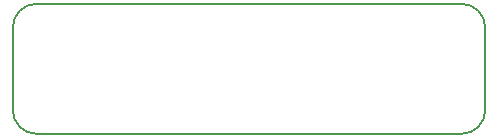
<source format=gbr>
G04 #@! TF.GenerationSoftware,KiCad,Pcbnew,(5.0.0)*
G04 #@! TF.CreationDate,2018-07-30T22:46:19+01:00*
G04 #@! TF.ProjectId,CHARLIE,434841524C49452E6B696361645F7063,rev?*
G04 #@! TF.SameCoordinates,Original*
G04 #@! TF.FileFunction,Profile,NP*
%FSLAX46Y46*%
G04 Gerber Fmt 4.6, Leading zero omitted, Abs format (unit mm)*
G04 Created by KiCad (PCBNEW (5.0.0)) date 07/30/18 22:46:19*
%MOMM*%
%LPD*%
G01*
G04 APERTURE LIST*
%ADD10C,0.150000*%
G04 APERTURE END LIST*
D10*
X190400000Y-110300000D02*
X187400000Y-110300000D01*
X187400000Y-99300000D02*
X190400000Y-99300000D01*
X152400000Y-101300000D02*
X152400000Y-108300000D01*
X152400000Y-101300000D02*
G75*
G02X154400000Y-99300000I2000000J0D01*
G01*
X187400000Y-99300000D02*
X154400000Y-99300000D01*
X190400000Y-99300000D02*
G75*
G02X192400000Y-101300000I0J-2000000D01*
G01*
X192400000Y-108300000D02*
X192400000Y-101300000D01*
X192400000Y-108300000D02*
G75*
G02X190400000Y-110300000I-2000000J0D01*
G01*
X154400000Y-110300000D02*
X187400000Y-110300000D01*
X154400000Y-110300000D02*
G75*
G02X152400000Y-108300000I0J2000000D01*
G01*
M02*

</source>
